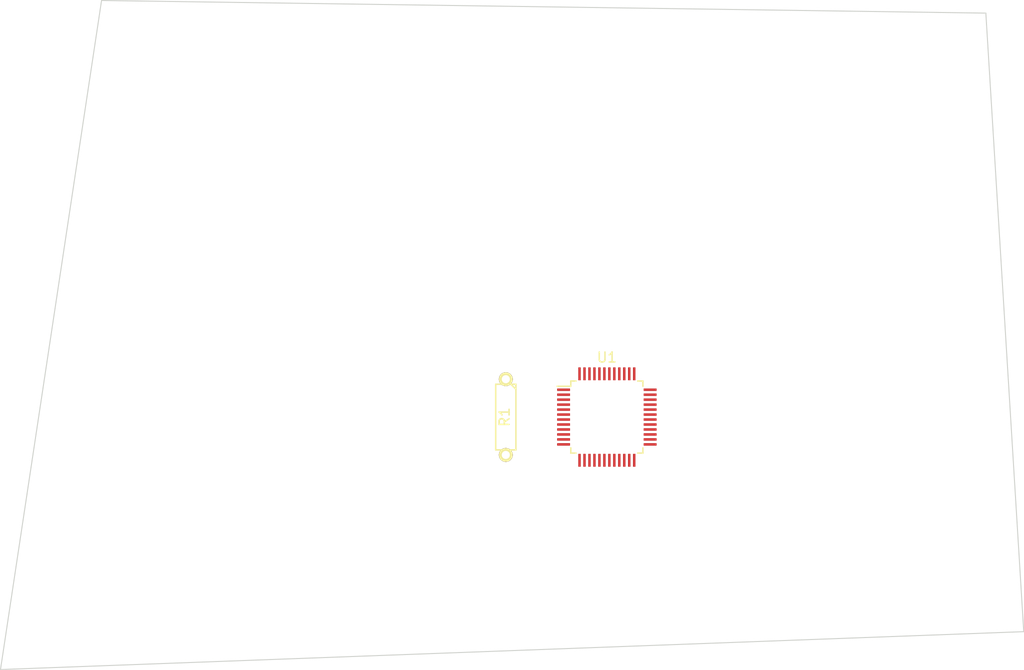
<source format=kicad_pcb>
(kicad_pcb (version 4) (host pcbnew "(after 2015-jan-16 BZR unknown)-product")

  (general
    (links 2)
    (no_connects 2)
    (area 90.17 64.77 194.31 133.35)
    (thickness 1.6)
    (drawings 4)
    (tracks 0)
    (zones 0)
    (modules 2)
    (nets 49)
  )

  (page A4)
  (layers
    (0 F.Cu signal)
    (31 B.Cu signal)
    (32 B.Adhes user)
    (33 F.Adhes user)
    (34 B.Paste user)
    (35 F.Paste user)
    (36 B.SilkS user)
    (37 F.SilkS user)
    (38 B.Mask user)
    (39 F.Mask user)
    (40 Dwgs.User user)
    (41 Cmts.User user)
    (42 Eco1.User user)
    (43 Eco2.User user)
    (44 Edge.Cuts user)
    (45 Margin user)
    (46 B.CrtYd user)
    (47 F.CrtYd user)
    (48 B.Fab user)
    (49 F.Fab user)
  )

  (setup
    (last_trace_width 0.254)
    (trace_clearance 0.254)
    (zone_clearance 0.508)
    (zone_45_only no)
    (trace_min 0.254)
    (segment_width 0.2)
    (edge_width 0.1)
    (via_size 0.889)
    (via_drill 0.635)
    (via_min_size 0.889)
    (via_min_drill 0.508)
    (uvia_size 0.508)
    (uvia_drill 0.127)
    (uvias_allowed no)
    (uvia_min_size 0.508)
    (uvia_min_drill 0.127)
    (pcb_text_width 0.3)
    (pcb_text_size 1.5 1.5)
    (mod_edge_width 0.15)
    (mod_text_size 1 1)
    (mod_text_width 0.15)
    (pad_size 1.5 1.5)
    (pad_drill 0.6)
    (pad_to_mask_clearance 0)
    (aux_axis_origin 0 0)
    (visible_elements FFFFFF7F)
    (pcbplotparams
      (layerselection 0x00030_80000001)
      (usegerberextensions false)
      (excludeedgelayer true)
      (linewidth 0.100000)
      (plotframeref false)
      (viasonmask false)
      (mode 1)
      (useauxorigin false)
      (hpglpennumber 1)
      (hpglpenspeed 20)
      (hpglpendiameter 15)
      (hpglpenoverlay 2)
      (psnegative false)
      (psa4output false)
      (plotreference true)
      (plotvalue true)
      (plotinvisibletext false)
      (padsonsilk false)
      (subtractmaskfromsilk false)
      (outputformat 1)
      (mirror false)
      (drillshape 1)
      (scaleselection 1)
      (outputdirectory ""))
  )

  (net 0 "")
  (net 1 "Net-(R1-Pad1)")
  (net 2 "Net-(R1-Pad2)")
  (net 3 "Net-(U1-Pad2)")
  (net 4 "Net-(U1-Pad3)")
  (net 5 "Net-(U1-Pad4)")
  (net 6 "Net-(U1-Pad5)")
  (net 7 "Net-(U1-Pad6)")
  (net 8 "Net-(U1-Pad7)")
  (net 9 "Net-(U1-Pad8)")
  (net 10 "Net-(U1-Pad9)")
  (net 11 "Net-(U1-Pad10)")
  (net 12 "Net-(U1-Pad11)")
  (net 13 "Net-(U1-Pad12)")
  (net 14 "Net-(U1-Pad13)")
  (net 15 "Net-(U1-Pad14)")
  (net 16 "Net-(U1-Pad15)")
  (net 17 "Net-(U1-Pad16)")
  (net 18 "Net-(U1-Pad17)")
  (net 19 "Net-(U1-Pad18)")
  (net 20 "Net-(U1-Pad19)")
  (net 21 "Net-(U1-Pad20)")
  (net 22 "Net-(U1-Pad21)")
  (net 23 "Net-(U1-Pad22)")
  (net 24 "Net-(U1-Pad23)")
  (net 25 "Net-(U1-Pad24)")
  (net 26 "Net-(U1-Pad25)")
  (net 27 "Net-(U1-Pad26)")
  (net 28 "Net-(U1-Pad27)")
  (net 29 "Net-(U1-Pad28)")
  (net 30 "Net-(U1-Pad29)")
  (net 31 "Net-(U1-Pad30)")
  (net 32 "Net-(U1-Pad31)")
  (net 33 "Net-(U1-Pad32)")
  (net 34 "Net-(U1-Pad33)")
  (net 35 "Net-(U1-Pad34)")
  (net 36 "Net-(U1-Pad35)")
  (net 37 "Net-(U1-Pad36)")
  (net 38 "Net-(U1-Pad37)")
  (net 39 "Net-(U1-Pad38)")
  (net 40 "Net-(U1-Pad39)")
  (net 41 "Net-(U1-Pad40)")
  (net 42 "Net-(U1-Pad41)")
  (net 43 "Net-(U1-Pad42)")
  (net 44 "Net-(U1-Pad43)")
  (net 45 "Net-(U1-Pad44)")
  (net 46 "Net-(U1-Pad45)")
  (net 47 "Net-(U1-Pad46)")
  (net 48 "Net-(U1-Pad47)")

  (net_class Default "This is the default net class."
    (clearance 0.254)
    (trace_width 0.254)
    (via_dia 0.889)
    (via_drill 0.635)
    (uvia_dia 0.508)
    (uvia_drill 0.127)
    (add_net "Net-(R1-Pad1)")
    (add_net "Net-(R1-Pad2)")
    (add_net "Net-(U1-Pad10)")
    (add_net "Net-(U1-Pad11)")
    (add_net "Net-(U1-Pad12)")
    (add_net "Net-(U1-Pad13)")
    (add_net "Net-(U1-Pad14)")
    (add_net "Net-(U1-Pad15)")
    (add_net "Net-(U1-Pad16)")
    (add_net "Net-(U1-Pad17)")
    (add_net "Net-(U1-Pad18)")
    (add_net "Net-(U1-Pad19)")
    (add_net "Net-(U1-Pad2)")
    (add_net "Net-(U1-Pad20)")
    (add_net "Net-(U1-Pad21)")
    (add_net "Net-(U1-Pad22)")
    (add_net "Net-(U1-Pad23)")
    (add_net "Net-(U1-Pad24)")
    (add_net "Net-(U1-Pad25)")
    (add_net "Net-(U1-Pad26)")
    (add_net "Net-(U1-Pad27)")
    (add_net "Net-(U1-Pad28)")
    (add_net "Net-(U1-Pad29)")
    (add_net "Net-(U1-Pad3)")
    (add_net "Net-(U1-Pad30)")
    (add_net "Net-(U1-Pad31)")
    (add_net "Net-(U1-Pad32)")
    (add_net "Net-(U1-Pad33)")
    (add_net "Net-(U1-Pad34)")
    (add_net "Net-(U1-Pad35)")
    (add_net "Net-(U1-Pad36)")
    (add_net "Net-(U1-Pad37)")
    (add_net "Net-(U1-Pad38)")
    (add_net "Net-(U1-Pad39)")
    (add_net "Net-(U1-Pad4)")
    (add_net "Net-(U1-Pad40)")
    (add_net "Net-(U1-Pad41)")
    (add_net "Net-(U1-Pad42)")
    (add_net "Net-(U1-Pad43)")
    (add_net "Net-(U1-Pad44)")
    (add_net "Net-(U1-Pad45)")
    (add_net "Net-(U1-Pad46)")
    (add_net "Net-(U1-Pad47)")
    (add_net "Net-(U1-Pad5)")
    (add_net "Net-(U1-Pad6)")
    (add_net "Net-(U1-Pad7)")
    (add_net "Net-(U1-Pad8)")
    (add_net "Net-(U1-Pad9)")
  )

  (module Discret:R3 placed (layer F.Cu) (tedit 552C26FE) (tstamp 552C2703)
    (at 142.24 107.95 270)
    (descr "Resitance 3 pas")
    (tags R)
    (path /552BD7DA)
    (fp_text reference R1 (at 0 0.127 270) (layer F.SilkS)
      (effects (font (size 1 1) (thickness 0.15)))
    )
    (fp_text value R (at 0 0.127 270) (layer F.Fab)
      (effects (font (size 1 1) (thickness 0.15)))
    )
    (fp_line (start -3.81 0) (end -3.302 0) (layer F.SilkS) (width 0.15))
    (fp_line (start 3.81 0) (end 3.302 0) (layer F.SilkS) (width 0.15))
    (fp_line (start 3.302 0) (end 3.302 -1.016) (layer F.SilkS) (width 0.15))
    (fp_line (start 3.302 -1.016) (end -3.302 -1.016) (layer F.SilkS) (width 0.15))
    (fp_line (start -3.302 -1.016) (end -3.302 1.016) (layer F.SilkS) (width 0.15))
    (fp_line (start -3.302 1.016) (end 3.302 1.016) (layer F.SilkS) (width 0.15))
    (fp_line (start 3.302 1.016) (end 3.302 0) (layer F.SilkS) (width 0.15))
    (fp_line (start -3.302 -0.508) (end -2.794 -1.016) (layer F.SilkS) (width 0.15))
    (pad 1 thru_hole circle (at -3.81 0 270) (size 1.397 1.397) (drill 0.8128) (layers *.Cu *.Mask F.SilkS)
      (net 1 "Net-(R1-Pad1)"))
    (pad 2 thru_hole circle (at 3.81 0 270) (size 1.397 1.397) (drill 0.8128) (layers *.Cu *.Mask F.SilkS)
      (net 2 "Net-(R1-Pad2)"))
    (model Discret.3dshapes/R3.wrl
      (at (xyz 0 0 0))
      (scale (xyz 0.3 0.3 0.3))
      (rotate (xyz 0 0 0))
    )
  )

  (module Housings_QFP:LQFP-48_7x7mm_Pitch0.5mm placed (layer F.Cu) (tedit 54130A77) (tstamp 552C2737)
    (at 152.4 107.95)
    (descr "48 LEAD LQFP 7x7mm (see MICREL LQFP7x7-48LD-PL-1.pdf)")
    (tags "QFP 0.5")
    (path /552BEC4D)
    (attr smd)
    (fp_text reference U1 (at 0 -6) (layer F.SilkS)
      (effects (font (size 1 1) (thickness 0.15)))
    )
    (fp_text value STM32L15x_QFN48 (at 0 6) (layer F.Fab)
      (effects (font (size 1 1) (thickness 0.15)))
    )
    (fp_line (start -5.25 -5.25) (end -5.25 5.25) (layer F.CrtYd) (width 0.05))
    (fp_line (start 5.25 -5.25) (end 5.25 5.25) (layer F.CrtYd) (width 0.05))
    (fp_line (start -5.25 -5.25) (end 5.25 -5.25) (layer F.CrtYd) (width 0.05))
    (fp_line (start -5.25 5.25) (end 5.25 5.25) (layer F.CrtYd) (width 0.05))
    (fp_line (start -3.625 -3.625) (end -3.625 -3.1) (layer F.SilkS) (width 0.15))
    (fp_line (start 3.625 -3.625) (end 3.625 -3.1) (layer F.SilkS) (width 0.15))
    (fp_line (start 3.625 3.625) (end 3.625 3.1) (layer F.SilkS) (width 0.15))
    (fp_line (start -3.625 3.625) (end -3.625 3.1) (layer F.SilkS) (width 0.15))
    (fp_line (start -3.625 -3.625) (end -3.1 -3.625) (layer F.SilkS) (width 0.15))
    (fp_line (start -3.625 3.625) (end -3.1 3.625) (layer F.SilkS) (width 0.15))
    (fp_line (start 3.625 3.625) (end 3.1 3.625) (layer F.SilkS) (width 0.15))
    (fp_line (start 3.625 -3.625) (end 3.1 -3.625) (layer F.SilkS) (width 0.15))
    (fp_line (start -3.625 -3.1) (end -5 -3.1) (layer F.SilkS) (width 0.15))
    (pad 1 smd rect (at -4.35 -2.75) (size 1.3 0.25) (layers F.Cu F.Paste F.Mask)
      (net 2 "Net-(R1-Pad2)"))
    (pad 2 smd rect (at -4.35 -2.25) (size 1.3 0.25) (layers F.Cu F.Paste F.Mask)
      (net 3 "Net-(U1-Pad2)"))
    (pad 3 smd rect (at -4.35 -1.75) (size 1.3 0.25) (layers F.Cu F.Paste F.Mask)
      (net 4 "Net-(U1-Pad3)"))
    (pad 4 smd rect (at -4.35 -1.25) (size 1.3 0.25) (layers F.Cu F.Paste F.Mask)
      (net 5 "Net-(U1-Pad4)"))
    (pad 5 smd rect (at -4.35 -0.75) (size 1.3 0.25) (layers F.Cu F.Paste F.Mask)
      (net 6 "Net-(U1-Pad5)"))
    (pad 6 smd rect (at -4.35 -0.25) (size 1.3 0.25) (layers F.Cu F.Paste F.Mask)
      (net 7 "Net-(U1-Pad6)"))
    (pad 7 smd rect (at -4.35 0.25) (size 1.3 0.25) (layers F.Cu F.Paste F.Mask)
      (net 8 "Net-(U1-Pad7)"))
    (pad 8 smd rect (at -4.35 0.75) (size 1.3 0.25) (layers F.Cu F.Paste F.Mask)
      (net 9 "Net-(U1-Pad8)"))
    (pad 9 smd rect (at -4.35 1.25) (size 1.3 0.25) (layers F.Cu F.Paste F.Mask)
      (net 10 "Net-(U1-Pad9)"))
    (pad 10 smd rect (at -4.35 1.75) (size 1.3 0.25) (layers F.Cu F.Paste F.Mask)
      (net 11 "Net-(U1-Pad10)"))
    (pad 11 smd rect (at -4.35 2.25) (size 1.3 0.25) (layers F.Cu F.Paste F.Mask)
      (net 12 "Net-(U1-Pad11)"))
    (pad 12 smd rect (at -4.35 2.75) (size 1.3 0.25) (layers F.Cu F.Paste F.Mask)
      (net 13 "Net-(U1-Pad12)"))
    (pad 13 smd rect (at -2.75 4.35 90) (size 1.3 0.25) (layers F.Cu F.Paste F.Mask)
      (net 14 "Net-(U1-Pad13)"))
    (pad 14 smd rect (at -2.25 4.35 90) (size 1.3 0.25) (layers F.Cu F.Paste F.Mask)
      (net 15 "Net-(U1-Pad14)"))
    (pad 15 smd rect (at -1.75 4.35 90) (size 1.3 0.25) (layers F.Cu F.Paste F.Mask)
      (net 16 "Net-(U1-Pad15)"))
    (pad 16 smd rect (at -1.25 4.35 90) (size 1.3 0.25) (layers F.Cu F.Paste F.Mask)
      (net 17 "Net-(U1-Pad16)"))
    (pad 17 smd rect (at -0.75 4.35 90) (size 1.3 0.25) (layers F.Cu F.Paste F.Mask)
      (net 18 "Net-(U1-Pad17)"))
    (pad 18 smd rect (at -0.25 4.35 90) (size 1.3 0.25) (layers F.Cu F.Paste F.Mask)
      (net 19 "Net-(U1-Pad18)"))
    (pad 19 smd rect (at 0.25 4.35 90) (size 1.3 0.25) (layers F.Cu F.Paste F.Mask)
      (net 20 "Net-(U1-Pad19)"))
    (pad 20 smd rect (at 0.75 4.35 90) (size 1.3 0.25) (layers F.Cu F.Paste F.Mask)
      (net 21 "Net-(U1-Pad20)"))
    (pad 21 smd rect (at 1.25 4.35 90) (size 1.3 0.25) (layers F.Cu F.Paste F.Mask)
      (net 22 "Net-(U1-Pad21)"))
    (pad 22 smd rect (at 1.75 4.35 90) (size 1.3 0.25) (layers F.Cu F.Paste F.Mask)
      (net 23 "Net-(U1-Pad22)"))
    (pad 23 smd rect (at 2.25 4.35 90) (size 1.3 0.25) (layers F.Cu F.Paste F.Mask)
      (net 24 "Net-(U1-Pad23)"))
    (pad 24 smd rect (at 2.75 4.35 90) (size 1.3 0.25) (layers F.Cu F.Paste F.Mask)
      (net 25 "Net-(U1-Pad24)"))
    (pad 25 smd rect (at 4.35 2.75) (size 1.3 0.25) (layers F.Cu F.Paste F.Mask)
      (net 26 "Net-(U1-Pad25)"))
    (pad 26 smd rect (at 4.35 2.25) (size 1.3 0.25) (layers F.Cu F.Paste F.Mask)
      (net 27 "Net-(U1-Pad26)"))
    (pad 27 smd rect (at 4.35 1.75) (size 1.3 0.25) (layers F.Cu F.Paste F.Mask)
      (net 28 "Net-(U1-Pad27)"))
    (pad 28 smd rect (at 4.35 1.25) (size 1.3 0.25) (layers F.Cu F.Paste F.Mask)
      (net 29 "Net-(U1-Pad28)"))
    (pad 29 smd rect (at 4.35 0.75) (size 1.3 0.25) (layers F.Cu F.Paste F.Mask)
      (net 30 "Net-(U1-Pad29)"))
    (pad 30 smd rect (at 4.35 0.25) (size 1.3 0.25) (layers F.Cu F.Paste F.Mask)
      (net 31 "Net-(U1-Pad30)"))
    (pad 31 smd rect (at 4.35 -0.25) (size 1.3 0.25) (layers F.Cu F.Paste F.Mask)
      (net 32 "Net-(U1-Pad31)"))
    (pad 32 smd rect (at 4.35 -0.75) (size 1.3 0.25) (layers F.Cu F.Paste F.Mask)
      (net 33 "Net-(U1-Pad32)"))
    (pad 33 smd rect (at 4.35 -1.25) (size 1.3 0.25) (layers F.Cu F.Paste F.Mask)
      (net 34 "Net-(U1-Pad33)"))
    (pad 34 smd rect (at 4.35 -1.75) (size 1.3 0.25) (layers F.Cu F.Paste F.Mask)
      (net 35 "Net-(U1-Pad34)"))
    (pad 35 smd rect (at 4.35 -2.25) (size 1.3 0.25) (layers F.Cu F.Paste F.Mask)
      (net 36 "Net-(U1-Pad35)"))
    (pad 36 smd rect (at 4.35 -2.75) (size 1.3 0.25) (layers F.Cu F.Paste F.Mask)
      (net 37 "Net-(U1-Pad36)"))
    (pad 37 smd rect (at 2.75 -4.35 90) (size 1.3 0.25) (layers F.Cu F.Paste F.Mask)
      (net 38 "Net-(U1-Pad37)"))
    (pad 38 smd rect (at 2.25 -4.35 90) (size 1.3 0.25) (layers F.Cu F.Paste F.Mask)
      (net 39 "Net-(U1-Pad38)"))
    (pad 39 smd rect (at 1.75 -4.35 90) (size 1.3 0.25) (layers F.Cu F.Paste F.Mask)
      (net 40 "Net-(U1-Pad39)"))
    (pad 40 smd rect (at 1.25 -4.35 90) (size 1.3 0.25) (layers F.Cu F.Paste F.Mask)
      (net 41 "Net-(U1-Pad40)"))
    (pad 41 smd rect (at 0.75 -4.35 90) (size 1.3 0.25) (layers F.Cu F.Paste F.Mask)
      (net 42 "Net-(U1-Pad41)"))
    (pad 42 smd rect (at 0.25 -4.35 90) (size 1.3 0.25) (layers F.Cu F.Paste F.Mask)
      (net 43 "Net-(U1-Pad42)"))
    (pad 43 smd rect (at -0.25 -4.35 90) (size 1.3 0.25) (layers F.Cu F.Paste F.Mask)
      (net 44 "Net-(U1-Pad43)"))
    (pad 44 smd rect (at -0.75 -4.35 90) (size 1.3 0.25) (layers F.Cu F.Paste F.Mask)
      (net 45 "Net-(U1-Pad44)"))
    (pad 45 smd rect (at -1.25 -4.35 90) (size 1.3 0.25) (layers F.Cu F.Paste F.Mask)
      (net 46 "Net-(U1-Pad45)"))
    (pad 46 smd rect (at -1.75 -4.35 90) (size 1.3 0.25) (layers F.Cu F.Paste F.Mask)
      (net 47 "Net-(U1-Pad46)"))
    (pad 47 smd rect (at -2.25 -4.35 90) (size 1.3 0.25) (layers F.Cu F.Paste F.Mask)
      (net 48 "Net-(U1-Pad47)"))
    (pad 48 smd rect (at -2.75 -4.35 90) (size 1.3 0.25) (layers F.Cu F.Paste F.Mask)
      (net 1 "Net-(R1-Pad1)"))
    (model Housings_QFP.3dshapes/LQFP-48_7x7mm_Pitch0.5mm.wrl
      (at (xyz 0 0 0))
      (scale (xyz 1 1 1))
      (rotate (xyz 0 0 0))
    )
  )

  (gr_line (start 91.44 133.35) (end 101.6 66.04) (layer Edge.Cuts) (width 0.1))
  (gr_line (start 194.31 129.54) (end 91.44 133.35) (layer Edge.Cuts) (width 0.1))
  (gr_line (start 190.5 67.31) (end 194.31 129.54) (layer Edge.Cuts) (width 0.1))
  (gr_line (start 101.6 66.04) (end 190.5 67.31) (layer Edge.Cuts) (width 0.1))

)

</source>
